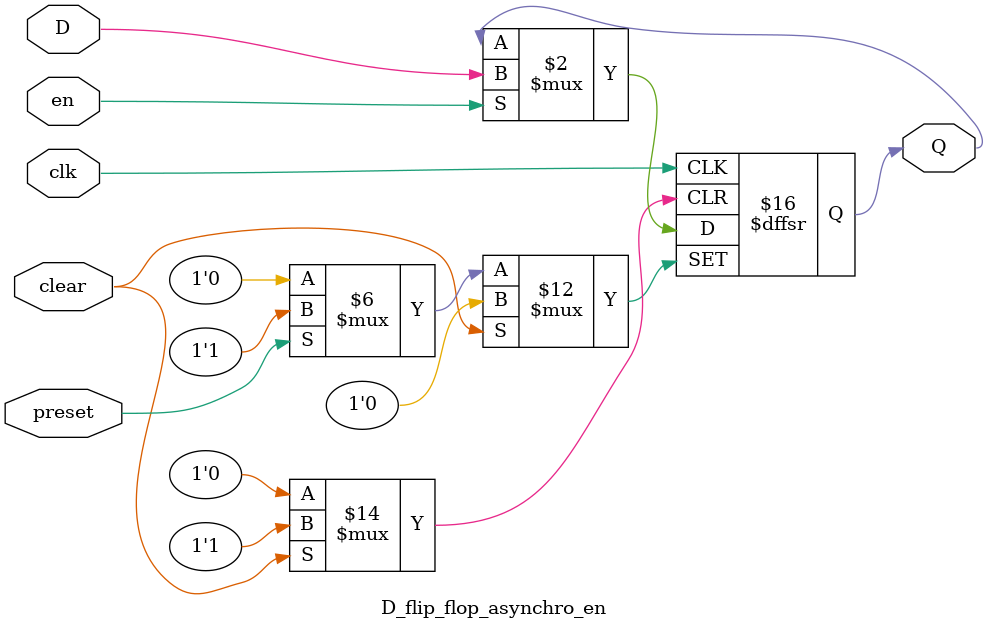
<source format=v>
`timescale 1ns / 1ps

module D_flip_flop_asynchro_en (
    input  wire clk,
    input  wire clear,
    input  wire preset,
    input  wire en,
    input  wire D,
    output reg  Q
);

  always @(posedge clk or posedge clear or posedge preset) begin
    if (clear) Q <= 0;
    else if (preset) Q <= 1;
    else if (en) Q <= D;
  end

endmodule

</source>
